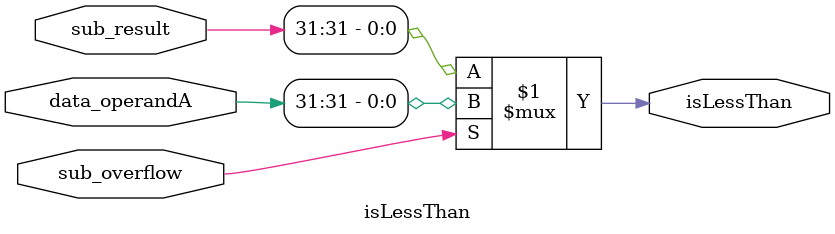
<source format=v>
module isLessThan(data_operandA, sub_result, sub_overflow, isLessThan);
	input [31:0] data_operandA, sub_result;
	input sub_overflow;
	output isLessThan;
	//if overflow, there are two situations: (1) A<0, B>0; (2) A>0, B<0. --> isLessThan is dependent on A[31]
	//if not overflow, (1) sub_result[31]=0 --> A>=B; (2) sub_result[31]=1 --> A<B
	assign isLessThan = sub_overflow ? data_operandA[31] : sub_result[31];
endmodule
</source>
